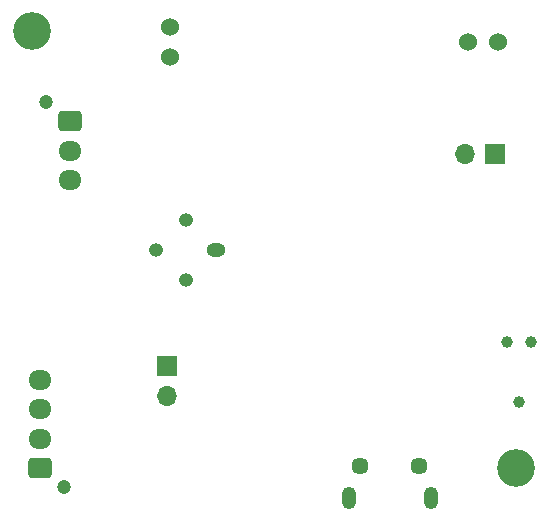
<source format=gbs>
G04 #@! TF.GenerationSoftware,KiCad,Pcbnew,7.0.8*
G04 #@! TF.CreationDate,2023-12-02T17:36:26-07:00*
G04 #@! TF.ProjectId,sdm24wheel,73646d32-3477-4686-9565-6c2e6b696361,v1*
G04 #@! TF.SameCoordinates,Original*
G04 #@! TF.FileFunction,Soldermask,Bot*
G04 #@! TF.FilePolarity,Negative*
%FSLAX46Y46*%
G04 Gerber Fmt 4.6, Leading zero omitted, Abs format (unit mm)*
G04 Created by KiCad (PCBNEW 7.0.8) date 2023-12-02 17:36:26*
%MOMM*%
%LPD*%
G01*
G04 APERTURE LIST*
G04 Aperture macros list*
%AMRoundRect*
0 Rectangle with rounded corners*
0 $1 Rounding radius*
0 $2 $3 $4 $5 $6 $7 $8 $9 X,Y pos of 4 corners*
0 Add a 4 corners polygon primitive as box body*
4,1,4,$2,$3,$4,$5,$6,$7,$8,$9,$2,$3,0*
0 Add four circle primitives for the rounded corners*
1,1,$1+$1,$2,$3*
1,1,$1+$1,$4,$5*
1,1,$1+$1,$6,$7*
1,1,$1+$1,$8,$9*
0 Add four rect primitives between the rounded corners*
20,1,$1+$1,$2,$3,$4,$5,0*
20,1,$1+$1,$4,$5,$6,$7,0*
20,1,$1+$1,$6,$7,$8,$9,0*
20,1,$1+$1,$8,$9,$2,$3,0*%
G04 Aperture macros list end*
%ADD10C,0.990600*%
%ADD11C,1.524000*%
%ADD12C,1.200000*%
%ADD13RoundRect,0.250000X-0.725000X0.600000X-0.725000X-0.600000X0.725000X-0.600000X0.725000X0.600000X0*%
%ADD14O,1.950000X1.700000*%
%ADD15RoundRect,0.250000X0.725000X-0.600000X0.725000X0.600000X-0.725000X0.600000X-0.725000X-0.600000X0*%
%ADD16C,3.200000*%
%ADD17O,1.200000X1.900000*%
%ADD18C,1.450000*%
%ADD19R,1.700000X1.700000*%
%ADD20O,1.700000X1.700000*%
%ADD21O,1.600000X1.200000*%
%ADD22O,1.200000X1.200000*%
G04 APERTURE END LIST*
D10*
X196235000Y-106410000D03*
X195219000Y-101330000D03*
X197251000Y-101330000D03*
D11*
X194440000Y-75900000D03*
X191900000Y-75900000D03*
D12*
X156225000Y-81000000D03*
D13*
X158225000Y-82600000D03*
D14*
X158225000Y-85100000D03*
X158225000Y-87600000D03*
D12*
X157700000Y-113600000D03*
D15*
X155700000Y-112000000D03*
D14*
X155700000Y-109500000D03*
X155700000Y-107000000D03*
X155700000Y-104500000D03*
D11*
X166700000Y-77170000D03*
X166700000Y-74630000D03*
D16*
X196000000Y-112000000D03*
D17*
X181800000Y-114550000D03*
D18*
X182800000Y-111850000D03*
X187800000Y-111850000D03*
D17*
X188800000Y-114550000D03*
D19*
X194175000Y-85400000D03*
D20*
X191635000Y-85400000D03*
D16*
X155000000Y-75000000D03*
D19*
X166400000Y-103360000D03*
D20*
X166400000Y-105900000D03*
D21*
X170540000Y-93500000D03*
D22*
X168000000Y-96040000D03*
X165460000Y-93500000D03*
X168000000Y-90960000D03*
M02*

</source>
